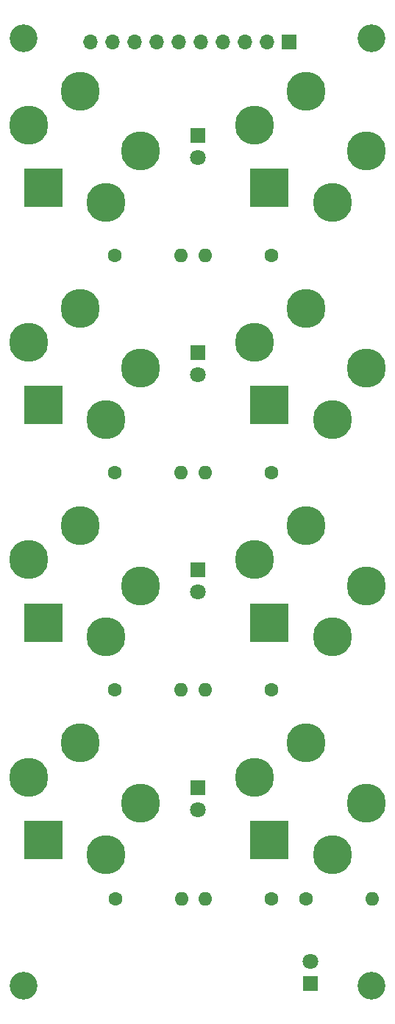
<source format=gbr>
%TF.GenerationSoftware,KiCad,Pcbnew,5.1.9-73d0e3b20d~88~ubuntu20.04.1*%
%TF.CreationDate,2021-03-31T20:48:30-04:00*%
%TF.ProjectId,MCVI,4d435649-2e6b-4696-9361-645f70636258,rev?*%
%TF.SameCoordinates,Original*%
%TF.FileFunction,Soldermask,Bot*%
%TF.FilePolarity,Negative*%
%FSLAX46Y46*%
G04 Gerber Fmt 4.6, Leading zero omitted, Abs format (unit mm)*
G04 Created by KiCad (PCBNEW 5.1.9-73d0e3b20d~88~ubuntu20.04.1) date 2021-03-31 20:48:30*
%MOMM*%
%LPD*%
G01*
G04 APERTURE LIST*
%ADD10C,3.200000*%
%ADD11O,1.600000X1.600000*%
%ADD12C,1.600000*%
%ADD13C,1.800000*%
%ADD14R,1.800000X1.800000*%
%ADD15C,4.500001*%
%ADD16C,4.500000*%
%ADD17R,4.500001X4.500001*%
%ADD18O,1.700000X1.700000*%
%ADD19R,1.700000X1.700000*%
G04 APERTURE END LIST*
D10*
%TO.C,H4*%
X162000000Y-176000000D03*
%TD*%
D11*
%TO.C,R15*%
X142880000Y-117000000D03*
D12*
X150500000Y-117000000D03*
%TD*%
D13*
%TO.C,D6*%
X142000000Y-130740000D03*
D14*
X142000000Y-128200000D03*
%TD*%
D11*
%TO.C,R10*%
X162120000Y-166000000D03*
D12*
X154500000Y-166000000D03*
%TD*%
D11*
%TO.C,R16*%
X140120000Y-117000000D03*
D12*
X132500000Y-117000000D03*
%TD*%
D11*
%TO.C,R11*%
X142880000Y-166000000D03*
D12*
X150500000Y-166000000D03*
%TD*%
D11*
%TO.C,R17*%
X142880000Y-92000000D03*
D12*
X150500000Y-92000000D03*
%TD*%
D10*
%TO.C,H3*%
X122000000Y-176000000D03*
%TD*%
D13*
%TO.C,D7*%
X142000000Y-105740000D03*
D14*
X142000000Y-103200000D03*
%TD*%
D15*
%TO.C,J13*%
X157500000Y-160900000D03*
D16*
X148600000Y-152000000D03*
D15*
X161400000Y-155000000D03*
D17*
X150260000Y-159240000D03*
D16*
X154500000Y-148100000D03*
%TD*%
D11*
%TO.C,R18*%
X140120000Y-92000000D03*
D12*
X132500000Y-92000000D03*
%TD*%
D11*
%TO.C,R13*%
X142880000Y-142000000D03*
D12*
X150500000Y-142000000D03*
%TD*%
D15*
%TO.C,J15*%
X157500000Y-110900000D03*
D16*
X148600000Y-102000000D03*
D15*
X161400000Y-105000000D03*
D17*
X150260000Y-109240000D03*
D16*
X154500000Y-98100000D03*
%TD*%
D15*
%TO.C,J11*%
X131500000Y-135900000D03*
D16*
X122600000Y-127000000D03*
D15*
X135400000Y-130000000D03*
D17*
X124260000Y-134240000D03*
D16*
X128500000Y-123100000D03*
%TD*%
D15*
%TO.C,J16*%
X157500000Y-85900000D03*
D16*
X148600000Y-77000000D03*
D15*
X161400000Y-80000000D03*
D17*
X150260000Y-84240000D03*
D16*
X154500000Y-73100000D03*
%TD*%
D15*
%TO.C,J14*%
X157500000Y-135900000D03*
D16*
X148600000Y-127000000D03*
D15*
X161400000Y-130000000D03*
D17*
X150260000Y-134240000D03*
D16*
X154500000Y-123100000D03*
%TD*%
D11*
%TO.C,R12*%
X140140000Y-166000000D03*
D12*
X132520000Y-166000000D03*
%TD*%
D13*
%TO.C,D8*%
X142000000Y-80740000D03*
D14*
X142000000Y-78200000D03*
%TD*%
D10*
%TO.C,H7*%
X122000000Y-67000000D03*
%TD*%
D13*
%TO.C,D4*%
X155000000Y-173210000D03*
D14*
X155000000Y-175750000D03*
%TD*%
D13*
%TO.C,D5*%
X142000000Y-155740000D03*
D14*
X142000000Y-153200000D03*
%TD*%
D15*
%TO.C,J12*%
X131500000Y-110900000D03*
D16*
X122600000Y-102000000D03*
D15*
X135400000Y-105000000D03*
D17*
X124260000Y-109240000D03*
D16*
X128500000Y-98100000D03*
%TD*%
D15*
%TO.C,J9*%
X131500000Y-85900000D03*
D16*
X122600000Y-77000000D03*
D15*
X135400000Y-80000000D03*
D17*
X124260000Y-84240000D03*
D16*
X128500000Y-73100000D03*
%TD*%
D15*
%TO.C,J10*%
X131500000Y-160900000D03*
D16*
X122600000Y-152000000D03*
D15*
X135400000Y-155000000D03*
D17*
X124260000Y-159240000D03*
D16*
X128500000Y-148100000D03*
%TD*%
D10*
%TO.C,H8*%
X162000000Y-67000000D03*
%TD*%
D11*
%TO.C,R14*%
X140120000Y-142000000D03*
D12*
X132500000Y-142000000D03*
%TD*%
D18*
%TO.C,J8*%
X129640000Y-67500000D03*
X132180000Y-67500000D03*
X134720000Y-67500000D03*
X137260000Y-67500000D03*
X139800000Y-67500000D03*
X142340000Y-67500000D03*
X144880000Y-67500000D03*
X147420000Y-67500000D03*
X149960000Y-67500000D03*
D19*
X152500000Y-67500000D03*
%TD*%
M02*

</source>
